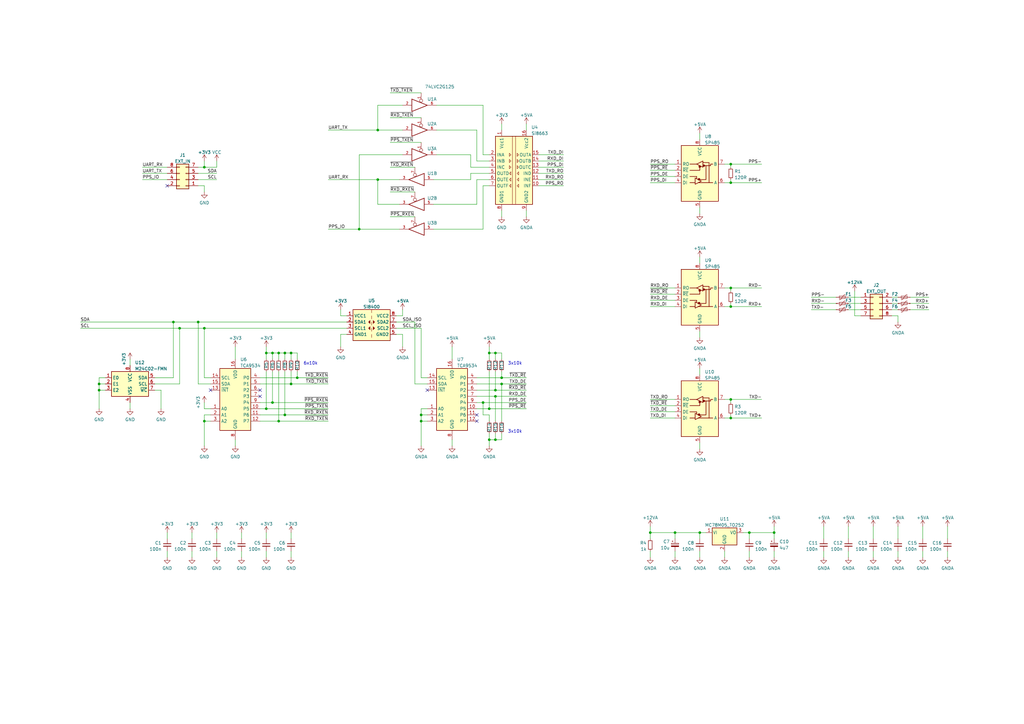
<source format=kicad_sch>
(kicad_sch (version 20211123) (generator eeschema)
  (paper "A3")
  (title_block (title "icE1usb RS422 extension") (date "2022-08-15") (rev "0.1"))
  (lib_symbols
    (symbol "74xGxx:74LVC2G125" (pin_names (offset 1.016))
      (property "Reference" "U" (at -2.54 3.81 0))
      (property "Value" "74LVC2G125" (at 0 -3.81 0))
      (symbol "74LVC2G125_0_1"
        (pin power_in line (at 1.27 -1.27 270) (length 0) hide (name "GND") (number "4"))
        (pin power_in line (at 1.27 1.27 90) (length 0) hide (name "VCC") (number "8"))
      )
      (symbol "74LVC2G125_1_1"
        (pin input inverted (at 0 5.08 270) (length 3.81) (name "~") (number "1"))
        (pin input line (at -7.62 0 0) (length 3.81) (name "~") (number "2"))
        (pin tri_state line (at 6.35 0 180) (length 3.81) (name "~") (number "6"))
      )
      (symbol "74LVC2G125_2_1"
        (pin tri_state line (at 6.35 0 180) (length 3.81) (name "~") (number "3"))
        (pin input line (at -7.62 0 0) (length 3.81) (name "~") (number "5"))
        (pin input inverted (at 0 5.08 270) (length 3.81) (name "~") (number "7"))
      )
    )
    (symbol "Connector_Generic:Conn_02x04_Odd_Even" (pin_names (offset 1.016) hide)
      (property "Reference" "J" (at 1.27 5.08 0))
      (property "Value" "Conn_02x04_Odd_Even" (at 1.27 -7.62 0))
      (symbol "Conn_02x04_Odd_Even_1_1"
        (pin passive line (at -5.08 2.54 0) (length 3.81) (name "Pin_1") (number "1"))
        (pin passive line (at 7.62 2.54 180) (length 3.81) (name "Pin_2") (number "2"))
        (pin passive line (at -5.08 0 0) (length 3.81) (name "Pin_3") (number "3"))
        (pin passive line (at 7.62 0 180) (length 3.81) (name "Pin_4") (number "4"))
        (pin passive line (at -5.08 -2.54 0) (length 3.81) (name "Pin_5") (number "5"))
        (pin passive line (at 7.62 -2.54 180) (length 3.81) (name "Pin_6") (number "6"))
        (pin passive line (at -5.08 -5.08 0) (length 3.81) (name "Pin_7") (number "7"))
        (pin passive line (at 7.62 -5.08 180) (length 3.81) (name "Pin_8") (number "8"))
      )
    )
    (symbol "Device:C_Polarized_Small" (pin_numbers hide) (pin_names (offset 0.254) hide)
      (property "Reference" "C" (at 0.254 1.778 0))
      (property "Value" "C_Polarized_Small" (at 0.254 -2.032 0))
      (symbol "C_Polarized_Small_1_1"
        (pin passive line (at 0 2.54 270) (length 1.8542) (name "~") (number "1"))
        (pin passive line (at 0 -2.54 90) (length 1.8542) (name "~") (number "2"))
      )
    )
    (symbol "Device:C_Small" (pin_numbers hide) (pin_names (offset 0.254) hide)
      (property "Reference" "C" (at 0.254 1.778 0))
      (property "Value" "C_Small" (at 0.254 -2.032 0))
      (symbol "C_Small_1_1"
        (pin passive line (at 0 2.54 270) (length 2.032) (name "~") (number "1"))
        (pin passive line (at 0 -2.54 90) (length 2.032) (name "~") (number "2"))
      )
    )
    (symbol "Device:Polyfuse_Small" (pin_numbers hide) (pin_names (offset 0))
      (property "Reference" "F" (at -1.905 0 90))
      (property "Value" "Polyfuse_Small" (at 1.905 0 90))
      (symbol "Polyfuse_Small_1_1"
        (pin passive line (at 0 2.54 270) (length 0.635) (name "~") (number "1"))
        (pin passive line (at 0 -2.54 90) (length 0.635) (name "~") (number "2"))
      )
    )
    (symbol "Device:R_Small" (pin_numbers hide) (pin_names (offset 0.254) hide)
      (property "Reference" "R" (at 0.762 0.508 0))
      (property "Value" "R_Small" (at 0.762 -1.016 0))
      (symbol "R_Small_1_1"
        (pin passive line (at 0 2.54 270) (length 0.762) (name "~") (number "1"))
        (pin passive line (at 0 -2.54 90) (length 0.762) (name "~") (number "2"))
      )
    )
    (symbol "Interface_Expansion:TCA9534"
      (property "Reference" "U" (at -6.35 12.7 0))
      (property "Value" "TCA9534" (at 2.54 12.7 0))
      (symbol "TCA9534_1_1"
        (pin input line (at -10.16 -5.08 0) (length 3.81) (name "A0") (number "1"))
        (pin bidirectional line (at 10.16 -5.08 180) (length 3.81) (name "P5") (number "10"))
        (pin bidirectional line (at 10.16 -7.62 180) (length 3.81) (name "P6") (number "11"))
        (pin bidirectional line (at 10.16 -10.16 180) (length 3.81) (name "P7") (number "12"))
        (pin open_collector line (at -10.16 2.54 0) (length 3.81) (name "~{INT}") (number "13"))
        (pin input line (at -10.16 7.62 0) (length 3.81) (name "SCL") (number "14"))
        (pin bidirectional line (at -10.16 5.08 0) (length 3.81) (name "SDA") (number "15"))
        (pin power_in line (at 0 15.24 270) (length 3.81) (name "VDD") (number "16"))
        (pin input line (at -10.16 -7.62 0) (length 3.81) (name "A1") (number "2"))
        (pin input line (at -10.16 -10.16 0) (length 3.81) (name "A2") (number "3"))
        (pin bidirectional line (at 10.16 7.62 180) (length 3.81) (name "P0") (number "4"))
        (pin bidirectional line (at 10.16 5.08 180) (length 3.81) (name "P1") (number "5"))
        (pin bidirectional line (at 10.16 2.54 180) (length 3.81) (name "P2") (number "6"))
        (pin bidirectional line (at 10.16 0 180) (length 3.81) (name "P3") (number "7"))
        (pin power_in line (at 0 -17.78 90) (length 3.81) (name "GND") (number "8"))
        (pin bidirectional line (at 10.16 -2.54 180) (length 3.81) (name "P4") (number "9"))
      )
    )
    (symbol "Memory_EEPROM:M24C02-FMN"
      (property "Reference" "U" (at -6.35 6.35 0))
      (property "Value" "M24C02-FMN" (at 7.62 6.35 0))
      (symbol "M24C02-FMN_1_1"
        (pin input line (at -10.16 2.54 0) (length 2.54) (name "E0") (number "1"))
        (pin input line (at -10.16 0 0) (length 2.54) (name "E1") (number "2"))
        (pin input line (at -10.16 -2.54 0) (length 2.54) (name "E2") (number "3"))
        (pin power_in line (at 0 -7.62 90) (length 2.54) (name "VSS") (number "4"))
        (pin bidirectional line (at 10.16 2.54 180) (length 2.54) (name "SDA") (number "5"))
        (pin input line (at 10.16 0 180) (length 2.54) (name "SCL") (number "6"))
        (pin input line (at 10.16 -2.54 180) (length 2.54) (name "~{WC}") (number "7"))
        (pin power_in line (at 0 7.62 270) (length 2.54) (name "VCC") (number "8"))
      )
    )
    (symbol "Regulator_Linear:MC78M05_TO252" (pin_names (offset 0.254))
      (property "Reference" "U" (at -3.81 3.175 0))
      (property "Value" "MC78M05_TO252" (at 0 3.175 0))
      (symbol "MC78M05_TO252_1_1"
        (pin power_in line (at -7.62 0 0) (length 2.54) (name "VI") (number "1"))
        (pin power_in line (at 0 -7.62 90) (length 2.54) (name "GND") (number "2"))
        (pin power_out line (at 7.62 0 180) (length 2.54) (name "VO") (number "3"))
      )
    )
    (symbol "icE1usb-rs422:SP485"
      (property "Reference" "U" (at -6.096 11.43 0))
      (property "Value" "SP485" (at 0.762 11.43 0))
      (symbol "SP485_1_1"
        (pin output line (at -10.16 2.54 0) (length 2.54) (name "RO") (number "1"))
        (pin input line (at -10.16 0 0) (length 2.54) (name "~{RE}") (number "2"))
        (pin input line (at -10.16 -2.54 0) (length 2.54) (name "DE") (number "3"))
        (pin input line (at -10.16 -5.08 0) (length 2.54) (name "DI") (number "4"))
        (pin power_in line (at 0 -15.24 90) (length 2.54) (name "GND") (number "5"))
        (pin bidirectional line (at 10.16 -5.08 180) (length 2.54) (name "A") (number "6"))
        (pin bidirectional line (at 10.16 2.54 180) (length 2.54) (name "B") (number "7"))
        (pin power_in line (at 0 12.7 270) (length 2.54) (name "VCC") (number "8"))
      )
    )
    (symbol "icE1usb-rs422:Si8400"
      (property "Reference" "U" (at -6.35 6.35 0))
      (property "Value" "Si8400" (at 3.81 6.35 0))
      (symbol "Si8400_1_1"
        (pin power_in line (at -10.16 2.54 0) (length 2.54) (name "VCC1") (number "1"))
        (pin bidirectional line (at -10.16 0 0) (length 2.54) (name "SDA1") (number "2"))
        (pin bidirectional line (at -10.16 -2.54 0) (length 2.54) (name "SCL1") (number "3"))
        (pin power_in line (at -10.16 -5.08 0) (length 2.54) (name "GND1") (number "4"))
        (pin power_in line (at 10.16 -5.08 180) (length 2.54) (name "GND2") (number "5"))
        (pin bidirectional line (at 10.16 -2.54 180) (length 2.54) (name "SCL2") (number "6"))
        (pin bidirectional line (at 10.16 0 180) (length 2.54) (name "SDA2") (number "7"))
        (pin power_in line (at 10.16 2.54 180) (length 2.54) (name "VCC2") (number "8"))
      )
    )
    (symbol "icE1usb-rs422:Si8663"
      (property "Reference" "U" (at 8.255 14.605 0))
      (property "Value" "Si8663" (at 8.255 12.065 0))
      (symbol "Si8663_1_1"
        (pin power_in line (at -5.08 17.78 270) (length 2.54) (name "Vcc1") (number "1"))
        (pin input line (at 10.16 -5.08 180) (length 2.54) (name "INF") (number "10"))
        (pin input line (at 10.16 -2.54 180) (length 2.54) (name "INE") (number "11"))
        (pin input line (at 10.16 0 180) (length 2.54) (name "IND") (number "12"))
        (pin output line (at 10.16 2.54 180) (length 2.54) (name "OUTC") (number "13"))
        (pin output line (at 10.16 5.08 180) (length 2.54) (name "OUTB") (number "14"))
        (pin output line (at 10.16 7.62 180) (length 2.54) (name "OUTA") (number "15"))
        (pin power_in line (at 5.08 17.78 270) (length 2.54) (name "Vcc2") (number "16"))
        (pin input line (at -10.16 7.62 0) (length 2.54) (name "INA") (number "2"))
        (pin input line (at -10.16 5.08 0) (length 2.54) (name "INB") (number "3"))
        (pin input line (at -10.16 2.54 0) (length 2.54) (name "INC") (number "4"))
        (pin output line (at -10.16 0 0) (length 2.54) (name "OUTD") (number "5"))
        (pin output line (at -10.16 -2.54 0) (length 2.54) (name "OUTE") (number "6"))
        (pin output line (at -10.16 -5.08 0) (length 2.54) (name "OUTF") (number "7"))
        (pin power_in line (at -5.08 -15.24 90) (length 2.54) (name "GND1") (number "8"))
        (pin power_in line (at 5.08 -15.24 90) (length 2.54) (name "GND2") (number "9"))
      )
    )
    (symbol "power:+12VA" (power) (pin_names (offset 0))
      (property "Value" "+12VA" (at 0 3.556 0))
      (symbol "+12VA_1_1"
        (pin power_in line (at 0 0 90) (length 0) hide (name "+12VA") (number "1"))
      )
    )
    (symbol "power:+3V3" (power) (pin_names (offset 0))
      (property "Value" "+3V3" (at 0 3.556 0))
      (symbol "+3V3_1_1"
        (pin power_in line (at 0 0 90) (length 0) hide (name "+3V3") (number "1"))
      )
    )
    (symbol "power:+5VA" (power) (pin_names (offset 0))
      (property "Value" "+5VA" (at 0 3.556 0))
      (symbol "+5VA_1_1"
        (pin power_in line (at 0 0 90) (length 0) hide (name "+5VA") (number "1"))
      )
    )
    (symbol "power:GND" (power) (pin_names (offset 0))
      (property "Value" "GND" (at 0 -3.81 0))
      (symbol "GND_1_1"
        (pin power_in line (at 0 0 270) (length 0) hide (name "GND") (number "1"))
      )
    )
    (symbol "power:GNDA" (power) (pin_names (offset 0))
      (property "Value" "GNDA" (at 0 -3.81 0))
      (symbol "GNDA_1_1"
        (pin power_in line (at 0 0 270) (length 0) hide (name "GNDA") (number "1"))
      )
    )
    (symbol "power:VCC" (power) (pin_names (offset 0))
      (property "Value" "VCC" (at 0 3.81 0))
      (symbol "VCC_1_1"
        (pin power_in line (at 0 0 90) (length 0) hide (name "VCC") (number "1"))
      )
    )
  )
  (junction (at 83.82 172.72))
  (junction (at 287.02 218.44))
  (junction (at 299.72 163.83))
  (junction (at 307.34 218.44))
  (junction (at 116.84 144.78))
  (junction (at 40.64 160.02))
  (junction (at 116.84 170.18))
  (junction (at 73.66 134.62))
  (junction (at 119.38 144.78))
  (junction (at 147.32 93.98))
  (junction (at 205.74 157.48))
  (junction (at 299.72 171.45))
  (junction (at 172.72 170.18))
  (junction (at 200.66 180.34))
  (junction (at 109.22 144.78))
  (junction (at 299.72 74.93))
  (junction (at 203.2 162.56))
  (junction (at 83.82 68.58))
  (junction (at 203.2 160.02))
  (junction (at 200.66 144.78))
  (junction (at 109.22 167.64))
  (junction (at 40.64 157.48))
  (junction (at 266.7 218.44))
  (junction (at 299.72 118.11))
  (junction (at 119.38 157.48))
  (junction (at 203.2 180.34))
  (junction (at 71.12 132.08))
  (junction (at 114.3 144.78))
  (junction (at 121.92 154.94))
  (junction (at 299.72 67.31))
  (junction (at 200.66 167.64))
  (junction (at 154.94 53.34))
  (junction (at 111.76 144.78))
  (junction (at 317.5 218.44))
  (junction (at 198.12 165.1))
  (junction (at 154.94 73.66))
  (junction (at 111.76 165.1))
  (junction (at 81.28 132.08))
  (junction (at 299.72 125.73))
  (junction (at 203.2 144.78))
  (junction (at 205.74 154.94))
  (junction (at 114.3 172.72))
  (junction (at 276.86 218.44))
  (junction (at 83.82 134.62))
  (junction (at 172.72 172.72))
  (no_connect (at 86.36 160.02))
  (no_connect (at 175.26 160.02))
  (no_connect (at 68.58 76.2))
  (no_connect (at 106.68 162.56))
  (no_connect (at 106.68 160.02))
  (no_connect (at 195.58 170.18))
  (no_connect (at 195.58 172.72))
  (wire (pts (xy 73.66 157.48) (xy 73.66 134.62)))
  (wire (pts (xy 200.66 152.4) (xy 200.66 167.64)))
  (wire (pts (xy 297.18 163.83) (xy 299.72 163.83)))
  (wire (pts (xy 160.02 58.42) (xy 172.72 58.42)))
  (wire (pts (xy 198.12 76.2) (xy 200.66 76.2)))
  (wire (pts (xy 195.58 83.82) (xy 195.58 73.66)))
  (wire (pts (xy 266.7 218.44) (xy 266.7 220.98)))
  (wire (pts (xy 78.74 218.44) (xy 78.74 220.98)))
  (wire (pts (xy 266.7 168.91) (xy 276.86 168.91)))
  (wire (pts (xy 83.82 76.2) (xy 83.82 78.74)))
  (wire (pts (xy 193.04 63.5) (xy 193.04 68.58)))
  (wire (pts (xy 297.18 67.31) (xy 299.72 67.31)))
  (wire (pts (xy 307.34 226.06) (xy 307.34 228.6)))
  (wire (pts (xy 347.98 124.46) (xy 353.06 124.46)))
  (wire (pts (xy 299.72 124.46) (xy 299.72 125.73)))
  (wire (pts (xy 332.74 121.92) (xy 342.9 121.92)))
  (wire (pts (xy 88.9 226.06) (xy 88.9 228.6)))
  (wire (pts (xy 373.38 124.46) (xy 381 124.46)))
  (wire (pts (xy 114.3 172.72) (xy 134.62 172.72)))
  (wire (pts (xy 299.72 73.66) (xy 299.72 74.93)))
  (wire (pts (xy 350.52 129.54) (xy 353.06 129.54)))
  (wire (pts (xy 116.84 152.4) (xy 116.84 170.18)))
  (wire (pts (xy 81.28 73.66) (xy 88.9 73.66)))
  (wire (pts (xy 276.86 218.44) (xy 287.02 218.44)))
  (wire (pts (xy 83.82 134.62) (xy 83.82 154.94)))
  (wire (pts (xy 88.9 218.44) (xy 88.9 220.98)))
  (wire (pts (xy 172.72 134.62) (xy 162.56 134.62)))
  (wire (pts (xy 162.56 132.08) (xy 170.18 132.08)))
  (wire (pts (xy 307.34 218.44) (xy 307.34 220.98)))
  (wire (pts (xy 119.38 226.06) (xy 119.38 228.6)))
  (wire (pts (xy 266.7 72.39) (xy 276.86 72.39)))
  (wire (pts (xy 200.66 180.34) (xy 200.66 182.88)))
  (wire (pts (xy 287.02 181.61) (xy 287.02 184.15)))
  (wire (pts (xy 205.74 157.48) (xy 215.9 157.48)))
  (wire (pts (xy 119.38 144.78) (xy 121.92 144.78)))
  (wire (pts (xy 215.9 86.36) (xy 215.9 88.9)))
  (wire (pts (xy 287.02 85.09) (xy 287.02 87.63)))
  (wire (pts (xy 162.56 137.16) (xy 165.1 137.16)))
  (wire (pts (xy 297.18 226.06) (xy 297.18 228.6)))
  (wire (pts (xy 119.38 144.78) (xy 119.38 147.32)))
  (wire (pts (xy 266.7 123.19) (xy 276.86 123.19)))
  (wire (pts (xy 266.7 69.85) (xy 276.86 69.85)))
  (wire (pts (xy 40.64 157.48) (xy 40.64 160.02)))
  (wire (pts (xy 81.28 132.08) (xy 142.24 132.08)))
  (wire (pts (xy 365.76 127) (xy 368.3 127)))
  (wire (pts (xy 111.76 165.1) (xy 134.62 165.1)))
  (wire (pts (xy 172.72 172.72) (xy 172.72 182.88)))
  (wire (pts (xy 68.58 218.44) (xy 68.58 220.98)))
  (wire (pts (xy 154.94 83.82) (xy 163.83 83.82)))
  (wire (pts (xy 307.34 218.44) (xy 317.5 218.44)))
  (wire (pts (xy 347.98 121.92) (xy 353.06 121.92)))
  (wire (pts (xy 373.38 127) (xy 381 127)))
  (wire (pts (xy 81.28 71.12) (xy 88.9 71.12)))
  (wire (pts (xy 337.82 215.9) (xy 337.82 220.98)))
  (wire (pts (xy 299.72 67.31) (xy 312.42 67.31)))
  (wire (pts (xy 388.62 226.06) (xy 388.62 228.6)))
  (wire (pts (xy 198.12 165.1) (xy 215.9 165.1)))
  (wire (pts (xy 81.28 68.58) (xy 83.82 68.58)))
  (wire (pts (xy 114.3 144.78) (xy 114.3 147.32)))
  (wire (pts (xy 71.12 132.08) (xy 81.28 132.08)))
  (wire (pts (xy 185.42 142.24) (xy 185.42 147.32)))
  (wire (pts (xy 160.02 48.26) (xy 172.72 48.26)))
  (wire (pts (xy 172.72 154.94) (xy 172.72 134.62)))
  (wire (pts (xy 109.22 144.78) (xy 111.76 144.78)))
  (wire (pts (xy 83.82 170.18) (xy 86.36 170.18)))
  (wire (pts (xy 116.84 144.78) (xy 119.38 144.78)))
  (wire (pts (xy 205.74 177.8) (xy 205.74 180.34)))
  (wire (pts (xy 195.58 162.56) (xy 203.2 162.56)))
  (wire (pts (xy 170.18 132.08) (xy 170.18 157.48)))
  (wire (pts (xy 200.66 144.78) (xy 200.66 147.32)))
  (wire (pts (xy 53.34 165.1) (xy 53.34 167.64)))
  (wire (pts (xy 317.5 218.44) (xy 317.5 220.98)))
  (wire (pts (xy 106.68 157.48) (xy 119.38 157.48)))
  (wire (pts (xy 299.72 118.11) (xy 312.42 118.11)))
  (wire (pts (xy 220.98 68.58) (xy 231.14 68.58)))
  (wire (pts (xy 203.2 144.78) (xy 203.2 147.32)))
  (wire (pts (xy 365.76 129.54) (xy 368.3 129.54)))
  (wire (pts (xy 154.94 43.18) (xy 165.1 43.18)))
  (wire (pts (xy 175.26 154.94) (xy 172.72 154.94)))
  (wire (pts (xy 266.7 67.31) (xy 276.86 67.31)))
  (wire (pts (xy 203.2 162.56) (xy 215.9 162.56)))
  (wire (pts (xy 109.22 152.4) (xy 109.22 167.64)))
  (wire (pts (xy 109.22 142.24) (xy 109.22 144.78)))
  (wire (pts (xy 215.9 50.8) (xy 215.9 53.34)))
  (wire (pts (xy 332.74 124.46) (xy 342.9 124.46)))
  (wire (pts (xy 266.7 215.9) (xy 266.7 218.44)))
  (wire (pts (xy 287.02 218.44) (xy 287.02 220.98)))
  (wire (pts (xy 193.04 71.12) (xy 193.04 73.66)))
  (wire (pts (xy 185.42 180.34) (xy 185.42 182.88)))
  (wire (pts (xy 195.58 160.02) (xy 203.2 160.02)))
  (wire (pts (xy 195.58 157.48) (xy 205.74 157.48)))
  (wire (pts (xy 266.7 218.44) (xy 276.86 218.44)))
  (wire (pts (xy 43.18 154.94) (xy 40.64 154.94)))
  (wire (pts (xy 200.66 177.8) (xy 200.66 180.34)))
  (wire (pts (xy 58.42 68.58) (xy 68.58 68.58)))
  (wire (pts (xy 200.66 63.5) (xy 198.12 63.5)))
  (wire (pts (xy 134.62 93.98) (xy 147.32 93.98)))
  (wire (pts (xy 71.12 154.94) (xy 71.12 132.08)))
  (wire (pts (xy 40.64 157.48) (xy 43.18 157.48)))
  (wire (pts (xy 299.72 163.83) (xy 299.72 165.1)))
  (wire (pts (xy 119.38 218.44) (xy 119.38 220.98)))
  (wire (pts (xy 109.22 144.78) (xy 109.22 147.32)))
  (wire (pts (xy 266.7 118.11) (xy 276.86 118.11)))
  (wire (pts (xy 179.07 53.34) (xy 195.58 53.34)))
  (wire (pts (xy 299.72 118.11) (xy 299.72 119.38)))
  (wire (pts (xy 86.36 157.48) (xy 81.28 157.48)))
  (wire (pts (xy 81.28 76.2) (xy 83.82 76.2)))
  (wire (pts (xy 368.3 226.06) (xy 368.3 228.6)))
  (wire (pts (xy 220.98 66.04) (xy 231.14 66.04)))
  (wire (pts (xy 154.94 73.66) (xy 163.83 73.66)))
  (wire (pts (xy 332.74 127) (xy 342.9 127)))
  (wire (pts (xy 276.86 226.06) (xy 276.86 228.6)))
  (wire (pts (xy 198.12 165.1) (xy 198.12 170.18)))
  (wire (pts (xy 299.72 171.45) (xy 312.42 171.45)))
  (wire (pts (xy 195.58 53.34) (xy 195.58 66.04)))
  (wire (pts (xy 304.8 218.44) (xy 307.34 218.44)))
  (wire (pts (xy 121.92 147.32) (xy 121.92 144.78)))
  (wire (pts (xy 106.68 154.94) (xy 121.92 154.94)))
  (wire (pts (xy 154.94 73.66) (xy 154.94 83.82)))
  (wire (pts (xy 287.02 218.44) (xy 289.56 218.44)))
  (wire (pts (xy 99.06 226.06) (xy 99.06 228.6)))
  (wire (pts (xy 179.07 63.5) (xy 193.04 63.5)))
  (wire (pts (xy 177.8 83.82) (xy 195.58 83.82)))
  (wire (pts (xy 266.7 125.73) (xy 276.86 125.73)))
  (wire (pts (xy 33.02 134.62) (xy 73.66 134.62)))
  (wire (pts (xy 83.82 134.62) (xy 142.24 134.62)))
  (wire (pts (xy 299.72 125.73) (xy 312.42 125.73)))
  (wire (pts (xy 297.18 118.11) (xy 299.72 118.11)))
  (wire (pts (xy 205.74 86.36) (xy 205.74 88.9)))
  (wire (pts (xy 73.66 134.62) (xy 83.82 134.62)))
  (wire (pts (xy 78.74 226.06) (xy 78.74 228.6)))
  (wire (pts (xy 53.34 147.32) (xy 53.34 149.86)))
  (wire (pts (xy 297.18 74.93) (xy 299.72 74.93)))
  (wire (pts (xy 358.14 226.06) (xy 358.14 228.6)))
  (wire (pts (xy 81.28 132.08) (xy 81.28 157.48)))
  (wire (pts (xy 358.14 215.9) (xy 358.14 220.98)))
  (wire (pts (xy 203.2 144.78) (xy 205.74 144.78)))
  (wire (pts (xy 287.02 151.13) (xy 287.02 153.67)))
  (wire (pts (xy 83.82 172.72) (xy 83.82 170.18)))
  (wire (pts (xy 368.3 215.9) (xy 368.3 220.98)))
  (wire (pts (xy 165.1 127) (xy 165.1 129.54)))
  (wire (pts (xy 203.2 162.56) (xy 203.2 172.72)))
  (wire (pts (xy 114.3 144.78) (xy 116.84 144.78)))
  (wire (pts (xy 317.5 226.06) (xy 317.5 228.6)))
  (wire (pts (xy 83.82 66.04) (xy 83.82 68.58)))
  (wire (pts (xy 175.26 167.64) (xy 172.72 167.64)))
  (wire (pts (xy 347.98 127) (xy 353.06 127)))
  (wire (pts (xy 40.64 154.94) (xy 40.64 157.48)))
  (wire (pts (xy 297.18 171.45) (xy 299.72 171.45)))
  (wire (pts (xy 287.02 54.61) (xy 287.02 57.15)))
  (wire (pts (xy 147.32 63.5) (xy 147.32 93.98)))
  (wire (pts (xy 99.06 218.44) (xy 99.06 220.98)))
  (wire (pts (xy 83.82 172.72) (xy 86.36 172.72)))
  (wire (pts (xy 200.66 144.78) (xy 203.2 144.78)))
  (wire (pts (xy 172.72 167.64) (xy 172.72 170.18)))
  (wire (pts (xy 83.82 182.88) (xy 83.82 172.72)))
  (wire (pts (xy 205.74 152.4) (xy 205.74 154.94)))
  (wire (pts (xy 165.1 137.16) (xy 165.1 142.24)))
  (wire (pts (xy 378.46 226.06) (xy 378.46 228.6)))
  (wire (pts (xy 139.7 129.54) (xy 139.7 127)))
  (wire (pts (xy 179.07 43.18) (xy 198.12 43.18)))
  (wire (pts (xy 373.38 121.92) (xy 381 121.92)))
  (wire (pts (xy 63.5 157.48) (xy 73.66 157.48)))
  (wire (pts (xy 205.74 154.94) (xy 215.9 154.94)))
  (wire (pts (xy 203.2 180.34) (xy 200.66 180.34)))
  (wire (pts (xy 83.82 165.1) (xy 83.82 167.64)))
  (wire (pts (xy 195.58 165.1) (xy 198.12 165.1)))
  (wire (pts (xy 134.62 73.66) (xy 154.94 73.66)))
  (wire (pts (xy 317.5 215.9) (xy 317.5 218.44)))
  (wire (pts (xy 203.2 177.8) (xy 203.2 180.34)))
  (wire (pts (xy 119.38 157.48) (xy 134.62 157.48)))
  (wire (pts (xy 203.2 152.4) (xy 203.2 160.02)))
  (wire (pts (xy 287.02 135.89) (xy 287.02 138.43)))
  (wire (pts (xy 106.68 167.64) (xy 109.22 167.64)))
  (wire (pts (xy 83.82 68.58) (xy 88.9 68.58)))
  (wire (pts (xy 111.76 152.4) (xy 111.76 165.1)))
  (wire (pts (xy 368.3 129.54) (xy 368.3 132.08)))
  (wire (pts (xy 160.02 88.9) (xy 170.18 88.9)))
  (wire (pts (xy 106.68 170.18) (xy 116.84 170.18)))
  (wire (pts (xy 266.7 226.06) (xy 266.7 228.6)))
  (wire (pts (xy 154.94 43.18) (xy 154.94 53.34)))
  (wire (pts (xy 299.72 163.83) (xy 312.42 163.83)))
  (wire (pts (xy 276.86 218.44) (xy 276.86 220.98)))
  (wire (pts (xy 121.92 152.4) (xy 121.92 154.94)))
  (wire (pts (xy 106.68 165.1) (xy 111.76 165.1)))
  (wire (pts (xy 63.5 154.94) (xy 71.12 154.94)))
  (wire (pts (xy 116.84 170.18) (xy 134.62 170.18)))
  (wire (pts (xy 172.72 170.18) (xy 175.26 170.18)))
  (wire (pts (xy 193.04 68.58) (xy 200.66 68.58)))
  (wire (pts (xy 40.64 160.02) (xy 40.64 167.64)))
  (wire (pts (xy 165.1 129.54) (xy 162.56 129.54)))
  (wire (pts (xy 139.7 137.16) (xy 139.7 142.24)))
  (wire (pts (xy 205.74 50.8) (xy 205.74 53.34)))
  (wire (pts (xy 287.02 226.06) (xy 287.02 228.6)))
  (wire (pts (xy 116.84 144.78) (xy 116.84 147.32)))
  (wire (pts (xy 195.58 73.66) (xy 200.66 73.66)))
  (wire (pts (xy 195.58 66.04) (xy 200.66 66.04)))
  (wire (pts (xy 96.52 180.34) (xy 96.52 182.88)))
  (wire (pts (xy 365.76 121.92) (xy 368.3 121.92)))
  (wire (pts (xy 266.7 163.83) (xy 276.86 163.83)))
  (wire (pts (xy 147.32 63.5) (xy 165.1 63.5)))
  (wire (pts (xy 200.66 170.18) (xy 198.12 170.18)))
  (wire (pts (xy 388.62 215.9) (xy 388.62 220.98)))
  (wire (pts (xy 297.18 125.73) (xy 299.72 125.73)))
  (wire (pts (xy 299.72 170.18) (xy 299.72 171.45)))
  (wire (pts (xy 266.7 74.93) (xy 276.86 74.93)))
  (wire (pts (xy 109.22 167.64) (xy 134.62 167.64)))
  (wire (pts (xy 40.64 160.02) (xy 43.18 160.02)))
  (wire (pts (xy 66.04 160.02) (xy 66.04 167.64)))
  (wire (pts (xy 109.22 218.44) (xy 109.22 220.98)))
  (wire (pts (xy 205.74 157.48) (xy 205.74 172.72)))
  (wire (pts (xy 160.02 38.1) (xy 172.72 38.1)))
  (wire (pts (xy 287.02 105.41) (xy 287.02 107.95)))
  (wire (pts (xy 96.52 142.24) (xy 96.52 147.32)))
  (wire (pts (xy 58.42 71.12) (xy 68.58 71.12)))
  (wire (pts (xy 86.36 154.94) (xy 83.82 154.94)))
  (wire (pts (xy 195.58 167.64) (xy 200.66 167.64)))
  (wire (pts (xy 172.72 170.18) (xy 172.72 172.72)))
  (wire (pts (xy 119.38 152.4) (xy 119.38 157.48)))
  (wire (pts (xy 114.3 152.4) (xy 114.3 172.72)))
  (wire (pts (xy 299.72 74.93) (xy 312.42 74.93)))
  (wire (pts (xy 266.7 166.37) (xy 276.86 166.37)))
  (wire (pts (xy 33.02 132.08) (xy 71.12 132.08)))
  (wire (pts (xy 198.12 93.98) (xy 198.12 76.2)))
  (wire (pts (xy 299.72 67.31) (xy 299.72 68.58)))
  (wire (pts (xy 83.82 167.64) (xy 86.36 167.64)))
  (wire (pts (xy 177.8 93.98) (xy 198.12 93.98)))
  (wire (pts (xy 378.46 215.9) (xy 378.46 220.98)))
  (wire (pts (xy 220.98 76.2) (xy 231.14 76.2)))
  (wire (pts (xy 88.9 66.04) (xy 88.9 68.58)))
  (wire (pts (xy 347.98 226.06) (xy 347.98 228.6)))
  (wire (pts (xy 63.5 160.02) (xy 66.04 160.02)))
  (wire (pts (xy 106.68 172.72) (xy 114.3 172.72)))
  (wire (pts (xy 195.58 154.94) (xy 205.74 154.94)))
  (wire (pts (xy 111.76 144.78) (xy 114.3 144.78)))
  (wire (pts (xy 142.24 129.54) (xy 139.7 129.54)))
  (wire (pts (xy 154.94 53.34) (xy 165.1 53.34)))
  (wire (pts (xy 220.98 73.66) (xy 231.14 73.66)))
  (wire (pts (xy 220.98 71.12) (xy 231.14 71.12)))
  (wire (pts (xy 200.66 167.64) (xy 215.9 167.64)))
  (wire (pts (xy 147.32 93.98) (xy 163.83 93.98)))
  (wire (pts (xy 347.98 215.9) (xy 347.98 220.98)))
  (wire (pts (xy 220.98 63.5) (xy 231.14 63.5)))
  (wire (pts (xy 350.52 119.38) (xy 350.52 129.54)))
  (wire (pts (xy 170.18 157.48) (xy 175.26 157.48)))
  (wire (pts (xy 111.76 144.78) (xy 111.76 147.32)))
  (wire (pts (xy 203.2 180.34) (xy 205.74 180.34)))
  (wire (pts (xy 68.58 226.06) (xy 68.58 228.6)))
  (wire (pts (xy 177.8 73.66) (xy 193.04 73.66)))
  (wire (pts (xy 109.22 226.06) (xy 109.22 228.6)))
  (wire (pts (xy 266.7 171.45) (xy 276.86 171.45)))
  (wire (pts (xy 200.66 172.72) (xy 200.66 170.18)))
  (wire (pts (xy 337.82 226.06) (xy 337.82 228.6)))
  (wire (pts (xy 160.02 78.74) (xy 170.18 78.74)))
  (wire (pts (xy 205.74 144.78) (xy 205.74 147.32)))
  (wire (pts (xy 172.72 172.72) (xy 175.26 172.72)))
  (wire (pts (xy 200.66 142.24) (xy 200.66 144.78)))
  (wire (pts (xy 200.66 71.12) (xy 193.04 71.12)))
  (wire (pts (xy 203.2 160.02) (xy 215.9 160.02)))
  (wire (pts (xy 58.42 73.66) (xy 68.58 73.66)))
  (wire (pts (xy 121.92 154.94) (xy 134.62 154.94)))
  (wire (pts (xy 266.7 120.65) (xy 276.86 120.65)))
  (wire (pts (xy 134.62 53.34) (xy 154.94 53.34)))
  (wire (pts (xy 198.12 63.5) (xy 198.12 43.18)))
  (wire (pts (xy 142.24 137.16) (xy 139.7 137.16)))
  (wire (pts (xy 160.02 68.58) (xy 170.18 68.58)))
  (wire (pts (xy 365.76 124.46) (xy 368.3 124.46)))
  (text "6x10k" (at 124.46 149.86 0) (effects (font (size 1.27 1.27)) (justify left bottom)))
  (text "3x10k" (at 208.28 177.8 0) (effects (font (size 1.27 1.27)) (justify left bottom)))
  (text "3x10k" (at 208.28 149.86 0) (effects (font (size 1.27 1.27)) (justify left bottom)))
  (label "TXD_DI" (at 266.7 171.45 0))
  (label "~{TXD_TXEN}" (at 160.02 38.1 0))
  (label "TXD-" (at 332.74 127 0))
  (label "SCL" (at 88.9 73.66 180))
  (label "SDA" (at 88.9 71.12 180))
  (label "RXD_DI" (at 266.7 125.73 0))
  (label "~{TXD_TXEN}" (at 134.62 157.48 180))
  (label "UART_TX" (at 134.62 53.34 0))
  (label "TXD_DI" (at 231.14 63.5 180))
  (label "UART_RX" (at 58.42 68.58 0))
  (label "RXD_RO" (at 231.14 73.66 180))
  (label "RXD-" (at 312.42 118.11 180))
  (label "SCL_ISO" (at 165.1 134.62 0))
  (label "~{PPS_TXEN}" (at 160.02 58.42 0))
  (label "~{RXD_TXEN}" (at 160.02 48.26 0))
  (label "RXD+" (at 381 124.46 180))
  (label "RXD_DI" (at 231.14 66.04 180))
  (label "~{RXD_RE}" (at 215.9 160.02 180))
  (label "~{RXD_TXEN}" (at 134.62 172.72 180))
  (label "~{RXD_RXEN}" (at 134.62 170.18 180))
  (label "PPS_RO" (at 266.7 67.31 0))
  (label "RXD_RO" (at 266.7 118.11 0))
  (label "SDA_ISO" (at 165.1 132.08 0))
  (label "~{PPS_TXEN}" (at 134.62 167.64 180))
  (label "~{PPS_RE}" (at 266.7 69.85 0))
  (label "~{TXD_RXEN}" (at 134.62 154.94 180))
  (label "~{RXD_RE}" (at 266.7 120.65 0))
  (label "~{TXD_RXEN}" (at 160.02 68.58 0))
  (label "UART_TX" (at 58.42 71.12 0))
  (label "TXD_RO" (at 231.14 71.12 180))
  (label "~{PPS_RXEN}" (at 134.62 165.1 180))
  (label "SCL" (at 33.02 134.62 0))
  (label "SDA" (at 33.02 132.08 0))
  (label "RXD+" (at 312.42 125.73 180))
  (label "~{TXD_RE}" (at 266.7 166.37 0))
  (label "UART_RX" (at 134.62 73.66 0))
  (label "PPS-" (at 312.42 67.31 180))
  (label "TXD+" (at 312.42 171.45 180))
  (label "PPS_DI" (at 231.14 68.58 180))
  (label "TXD+" (at 381 127 180))
  (label "TXD-" (at 312.42 163.83 180))
  (label "TXD_DE" (at 266.7 168.91 0))
  (label "PPS_IO" (at 134.62 93.98 0))
  (label "PPS+" (at 312.42 74.93 180))
  (label "~{PPS_RE}" (at 215.9 167.64 180))
  (label "PPS+" (at 381 121.92 180))
  (label "RXD_DE" (at 215.9 162.56 180))
  (label "PPS_DE" (at 215.9 165.1 180))
  (label "~{PPS_RXEN}" (at 160.02 88.9 0))
  (label "PPS_RO" (at 231.14 76.2 180))
  (label "RXD_DE" (at 266.7 123.19 0))
  (label "TXD_RO" (at 266.7 163.83 0))
  (label "PPS-" (at 332.74 121.92 0))
  (label "PPS_DE" (at 266.7 72.39 0))
  (label "PPS_DI" (at 266.7 74.93 0))
  (label "PPS_IO" (at 58.42 73.66 0))
  (label "RXD-" (at 332.74 124.46 0))
  (label "~{RXD_RXEN}" (at 160.02 78.74 0))
  (label "TXD_DE" (at 215.9 157.48 180))
  (label "~{TXD_RE}" (at 215.9 154.94 180))
  (symbol (lib_id "power:+3V3") (at 205.74 50.8 0) (unit 1)
    (property "Reference" "#PWR04" (effects hide))
    (property "Value" "+3V3" (at 205.74 47.2242 0))
  )
  (symbol (lib_id "power:+5VA") (at 347.98 215.9 0) (unit 1)
    (property "Reference" "#PWR042" (effects hide))
    (property "Value" "+5VA" (at 347.98 212.3242 0))
  )
  (symbol (lib_id "power:+3V3") (at 83.82 165.1 0) (unit 1)
    (property "Reference" "#PWR014" (effects hide))
    (property "Value" "+3V3" (at 81.28 165.1 90))
  )
  (symbol (lib_id "Device:R_Small") (at 203.2 175.26 0) (mirror y) (unit 1)
    (property "Reference" "R15" (at 203.2 175.26 90))
    (property "Value" "10k" (effects hide))
    (property "Footprint" "Resistor_SMD:R_0603_1608Metric" (effects hide))
  )
  (symbol (lib_id "Device:C_Small") (at 358.14 223.52 0) (unit 1)
    (property "Reference" "C13" (at 355.8159 222.6916 0) (effects (justify right)))
    (property "Value" "100n" (at 355.8159 225.2285 0) (effects (justify right)))
    (property "Footprint" "Capacitor_SMD:C_0603_1608Metric" (effects hide))
  )
  (symbol (lib_id "power:GNDA") (at 287.02 184.15 0) (unit 1)
    (property "Reference" "#PWR024" (effects hide))
    (property "Value" "GNDA" (at 287.02 188.5934 0))
  )
  (symbol (lib_id "power:+12VA") (at 350.52 119.38 0) (unit 1)
    (property "Reference" "#PWR025" (effects hide))
    (property "Value" "+12VA" (at 350.52 115.8042 0))
  )
  (symbol (lib_id "74xGxx:74LVC2G125") (at 172.72 43.18 0) (unit 1)
    (property "Reference" "U1" (at 175.26 40.64 0) (effects (justify left)))
    (property "Value" "74LVC2G125" (at 180.34 35.56 0))
    (property "Footprint" "Package_SO:TSSOP-8_3x3mm_P0.65mm" (effects hide))
    (property "Datasheet" "http://www.ti.com/lit/sg/scyt129e/scyt129e.pdf" (effects hide))
  )
  (symbol (lib_id "power:GNDA") (at 287.02 138.43 0) (unit 1)
    (property "Reference" "#PWR022" (effects hide))
    (property "Value" "GNDA" (at 287.02 142.8734 0))
  )
  (symbol (lib_id "74xGxx:74LVC2G125") (at 170.18 73.66 0) (mirror y) (unit 2)
    (property "Reference" "U1" (at 175.26 71.12 0) (effects (justify right)))
    (property "Value" "74LVC2G125" (effects hide))
    (property "Footprint" "Package_SO:TSSOP-8_3x3mm_P0.65mm" (effects hide))
    (property "Datasheet" "http://www.ti.com/lit/sg/scyt129e/scyt129e.pdf" (effects hide))
  )
  (symbol (lib_id "Memory_EEPROM:M24C02-FMN") (at 53.34 157.48 0) (unit 1)
    (property "Reference" "U12" (at 55.3594 148.7002 0) (effects (justify left)))
    (property "Value" "M24C02-FMN" (at 55.3594 151.2371 0) (effects (justify left)))
    (property "Footprint" "Package_SO:SOIC-8_3.9x4.9mm_P1.27mm" (effects hide))
    (property "Datasheet" "http://www.st.com/content/ccc/resource/technical/document/datasheet/b0/d8/50/40/5a/85/49/6f/DM00071904.pdf/files/DM00071904.pdf/jcr:content/translations/en.DM00071904.pdf" (effects hide))
  )
  (symbol (lib_id "Device:R_Small") (at 266.7 223.52 0) (mirror y) (unit 1)
    (property "Reference" "R4" (at 265.2014 222.6853 0) (effects (justify left)))
    (property "Value" "1k" (at 265.2014 225.2222 0) (effects (justify left)))
    (property "Footprint" "Resistor_SMD:R_0603_1608Metric" (effects hide))
  )
  (symbol (lib_id "Device:C_Small") (at 88.9 223.52 0) (unit 1)
    (property "Reference" "C3" (at 86.5759 222.6916 0) (effects (justify right)))
    (property "Value" "100n" (at 86.5759 225.2285 0) (effects (justify right)))
    (property "Footprint" "Capacitor_SMD:C_0603_1608Metric" (effects hide))
  )
  (symbol (lib_id "power:GNDA") (at 368.3 132.08 0) (unit 1)
    (property "Reference" "#PWR026" (effects hide))
    (property "Value" "GNDA" (at 368.3 136.5234 0))
  )
  (symbol (lib_id "power:GND") (at 53.34 167.64 0) (unit 1)
    (property "Reference" "#PWR0102" (effects hide))
    (property "Value" "GND" (at 53.34 172.0834 0))
  )
  (symbol (lib_id "power:GNDA") (at 297.18 228.6 0) (unit 1)
    (property "Reference" "#PWR049" (effects hide))
    (property "Value" "GNDA" (at 297.18 233.0434 0))
  )
  (symbol (lib_id "power:+3V3") (at 99.06 218.44 0) (unit 1)
    (property "Reference" "#PWR030" (effects hide))
    (property "Value" "+3V3" (at 99.06 214.8642 0))
  )
  (symbol (lib_id "power:+3V3") (at 119.38 218.44 0) (unit 1)
    (property "Reference" "#PWR032" (effects hide))
    (property "Value" "+3V3" (at 119.38 214.8642 0))
  )
  (symbol (lib_id "Device:Polyfuse_Small") (at 345.44 127 90) (unit 1)
    (property "Reference" "F5" (at 347.98 125.73 90))
    (property "Value" "300mA" (effects hide))
    (property "Footprint" "Fuse:Fuse_0603_1608Metric" (effects hide))
  )
  (symbol (lib_id "power:+3V3") (at 139.7 127 0) (unit 1)
    (property "Reference" "#PWR08" (effects hide))
    (property "Value" "+3V3" (at 139.7 123.4242 0))
  )
  (symbol (lib_id "Connector_Generic:Conn_02x04_Odd_Even") (at 76.2 73.66 180) (unit 1)
    (property "Reference" "J1" (at 74.93 63.6102 0))
    (property "Value" "EXT_IN" (at 74.93 66.1471 0))
    (property "Footprint" "Connector_PinSocket_2.54mm:PinSocket_2x04_P2.54mm_Vertical" (effects hide))
  )
  (symbol (lib_id "power:+5VA") (at 287.02 151.13 0) (unit 1)
    (property "Reference" "#PWR023" (effects hide))
    (property "Value" "+5VA" (at 287.02 147.5542 0))
  )
  (symbol (lib_id "Device:R_Small") (at 205.74 149.86 0) (mirror y) (unit 1)
    (property "Reference" "R13" (at 205.74 149.86 90))
    (property "Value" "10k" (effects hide))
    (property "Footprint" "Resistor_SMD:R_0603_1608Metric" (effects hide))
  )
  (symbol (lib_id "Device:C_Small") (at 68.58 223.52 0) (unit 1)
    (property "Reference" "C1" (at 66.2559 222.6916 0) (effects (justify right)))
    (property "Value" "100n" (at 66.2559 225.2285 0) (effects (justify right)))
    (property "Footprint" "Capacitor_SMD:C_0603_1608Metric" (effects hide))
  )
  (symbol (lib_id "power:GNDA") (at 287.02 228.6 0) (unit 1)
    (property "Reference" "#PWR048" (effects hide))
    (property "Value" "GNDA" (at 287.02 233.0434 0))
  )
  (symbol (lib_id "power:GNDA") (at 266.7 228.6 0) (unit 1)
    (property "Reference" "#PWR061" (effects hide))
    (property "Value" "GNDA" (at 266.7 233.0434 0))
  )
  (symbol (lib_id "Device:C_Small") (at 368.3 223.52 0) (unit 1)
    (property "Reference" "C14" (at 365.9759 222.6916 0) (effects (justify right)))
    (property "Value" "100n" (at 365.9759 225.2285 0) (effects (justify right)))
    (property "Footprint" "Capacitor_SMD:C_0603_1608Metric" (effects hide))
  )
  (symbol (lib_id "Interface_Expansion:TCA9534") (at 185.42 162.56 0) (unit 1)
    (property "Reference" "U7" (at 187.4394 147.4302 0) (effects (justify left)))
    (property "Value" "TCA9534" (at 187.4394 149.9671 0) (effects (justify left)))
    (property "Footprint" "Package_SO:SOIC-16W_7.5x10.3mm_P1.27mm" (effects hide))
    (property "Datasheet" "http://www.ti.com/lit/ds/symlink/tca9534.pdf" (effects hide))
  )
  (symbol (lib_id "power:GND") (at 83.82 78.74 0) (unit 1)
    (property "Reference" "#PWR03" (effects hide))
    (property "Value" "GND" (at 83.82 83.1834 0))
  )
  (symbol (lib_id "Device:R_Small") (at 109.22 149.86 0) (mirror y) (unit 1)
    (property "Reference" "R5" (at 109.22 149.86 90))
    (property "Value" "10k" (effects hide))
    (property "Footprint" "Resistor_SMD:R_0603_1608Metric" (effects hide))
  )
  (symbol (lib_id "power:GND") (at 109.22 228.6 0) (unit 1)
    (property "Reference" "#PWR037" (effects hide))
    (property "Value" "GND" (at 109.22 233.0434 0))
  )
  (symbol (lib_id "power:GND") (at 88.9 228.6 0) (unit 1)
    (property "Reference" "#PWR035" (effects hide))
    (property "Value" "GND" (at 88.9 233.0434 0))
  )
  (symbol (lib_id "Device:Polyfuse_Small") (at 370.84 127 90) (unit 1)
    (property "Reference" "F6" (at 367.03 125.73 90))
    (property "Value" "300mA" (effects hide))
    (property "Footprint" "Fuse:Fuse_0603_1608Metric" (effects hide))
  )
  (symbol (lib_id "power:+5VA") (at 337.82 215.9 0) (unit 1)
    (property "Reference" "#PWR041" (effects hide))
    (property "Value" "+5VA" (at 337.82 212.3242 0))
  )
  (symbol (lib_id "power:GNDA") (at 317.5 228.6 0) (unit 1)
    (property "Reference" "#PWR051" (effects hide))
    (property "Value" "GNDA" (at 317.5 233.0434 0))
  )
  (symbol (lib_id "power:GNDA") (at 307.34 228.6 0) (unit 1)
    (property "Reference" "#PWR050" (effects hide))
    (property "Value" "GNDA" (at 307.34 233.0434 0))
  )
  (symbol (lib_id "power:GND") (at 96.52 182.88 0) (unit 1)
    (property "Reference" "#PWR016" (effects hide))
    (property "Value" "GND" (at 96.52 187.3234 0))
  )
  (symbol (lib_id "power:GND") (at 205.74 88.9 0) (unit 1)
    (property "Reference" "#PWR06" (effects hide))
    (property "Value" "GND" (at 205.74 93.3434 0))
  )
  (symbol (lib_id "Device:R_Small") (at 203.2 149.86 0) (mirror y) (unit 1)
    (property "Reference" "R12" (at 203.2 149.86 90))
    (property "Value" "10k" (effects hide))
    (property "Footprint" "Resistor_SMD:R_0603_1608Metric" (effects hide))
  )
  (symbol (lib_id "power:+5VA") (at 287.02 54.61 0) (unit 1)
    (property "Reference" "#PWR019" (effects hide))
    (property "Value" "+5VA" (at 287.02 51.0342 0))
  )
  (symbol (lib_id "74xGxx:74LVC2G125") (at 172.72 53.34 0) (unit 1)
    (property "Reference" "U2" (at 175.26 50.8 0) (effects (justify left)))
    (property "Value" "74LVC2G125" (effects hide))
    (property "Footprint" "Package_SO:TSSOP-8_3x3mm_P0.65mm" (effects hide))
    (property "Datasheet" "http://www.ti.com/lit/sg/scyt129e/scyt129e.pdf" (effects hide))
  )
  (symbol (lib_id "power:+3V3") (at 88.9 218.44 0) (unit 1)
    (property "Reference" "#PWR029" (effects hide))
    (property "Value" "+3V3" (at 88.9 214.8642 0))
  )
  (symbol (lib_id "power:GNDA") (at 165.1 142.24 0) (unit 1)
    (property "Reference" "#PWR011" (effects hide))
    (property "Value" "GNDA" (at 165.1 146.6834 0))
  )
  (symbol (lib_id "power:GNDA") (at 200.66 182.88 0) (unit 1)
    (property "Reference" "#PWR060" (effects hide))
    (property "Value" "GNDA" (at 200.66 187.3234 0))
  )
  (symbol (lib_id "power:GNDA") (at 172.72 182.88 0) (unit 1)
    (property "Reference" "#PWR017" (effects hide))
    (property "Value" "GNDA" (at 172.72 187.3234 0))
  )
  (symbol (lib_id "Device:R_Small") (at 114.3 149.86 0) (mirror y) (unit 1)
    (property "Reference" "R7" (at 114.3 149.86 90))
    (property "Value" "10k" (effects hide))
    (property "Footprint" "Resistor_SMD:R_0603_1608Metric" (effects hide))
  )
  (symbol (lib_id "power:+5VA") (at 388.62 215.9 0) (unit 1)
    (property "Reference" "#PWR046" (effects hide))
    (property "Value" "+5VA" (at 388.62 212.3242 0))
  )
  (symbol (lib_id "Device:R_Small") (at 200.66 175.26 0) (mirror y) (unit 1)
    (property "Reference" "R14" (at 200.66 175.26 90))
    (property "Value" "10k" (effects hide))
    (property "Footprint" "Resistor_SMD:R_0603_1608Metric" (effects hide))
  )
  (symbol (lib_id "power:GND") (at 139.7 142.24 0) (unit 1)
    (property "Reference" "#PWR010" (effects hide))
    (property "Value" "GND" (at 139.7 146.6834 0))
  )
  (symbol (lib_id "power:+5VA") (at 317.5 215.9 0) (unit 1)
    (property "Reference" "#PWR040" (effects hide))
    (property "Value" "+5VA" (at 317.5 212.3242 0))
  )
  (symbol (lib_id "74xGxx:74LVC2G125") (at 170.18 93.98 0) (mirror y) (unit 2)
    (property "Reference" "U3" (at 175.26 91.44 0) (effects (justify right)))
    (property "Value" "74LVC2G125" (effects hide))
    (property "Footprint" "Package_SO:TSSOP-8_3x3mm_P0.65mm" (effects hide))
    (property "Datasheet" "http://www.ti.com/lit/sg/scyt129e/scyt129e.pdf" (effects hide))
  )
  (symbol (lib_id "power:GND") (at 99.06 228.6 0) (unit 1)
    (property "Reference" "#PWR036" (effects hide))
    (property "Value" "GND" (at 99.06 233.0434 0))
  )
  (symbol (lib_id "power:+3V3") (at 83.82 66.04 0) (unit 1)
    (property "Reference" "#PWR01" (effects hide))
    (property "Value" "+3V3" (at 83.82 62.4642 0))
  )
  (symbol (lib_id "icE1usb-rs422:SP485") (at 287.02 120.65 0) (unit 1)
    (property "Reference" "U9" (at 289.0394 106.7902 0) (effects (justify left)))
    (property "Value" "SP485" (at 289.0394 109.3271 0) (effects (justify left)))
    (property "Footprint" "Package_SO:SOIC-8_3.9x4.9mm_P1.27mm" (effects hide))
    (property "Datasheet" "https://assets.maxlinear.com/web/documents/sp483_sp485.pdf" (effects hide))
  )
  (symbol (lib_id "power:+5VA") (at 358.14 215.9 0) (unit 1)
    (property "Reference" "#PWR043" (effects hide))
    (property "Value" "+5VA" (at 358.14 212.3242 0))
  )
  (symbol (lib_id "power:GNDA") (at 347.98 228.6 0) (unit 1)
    (property "Reference" "#PWR053" (effects hide))
    (property "Value" "GNDA" (at 347.98 233.0434 0))
  )
  (symbol (lib_id "Device:Polyfuse_Small") (at 345.44 124.46 90) (unit 1)
    (property "Reference" "F3" (at 347.98 123.19 90))
    (property "Value" "300mA" (effects hide))
    (property "Footprint" "Fuse:Fuse_0603_1608Metric" (effects hide))
  )
  (symbol (lib_id "Device:C_Small") (at 287.02 223.52 0) (unit 1)
    (property "Reference" "C8" (at 284.6959 222.6916 0) (effects (justify right)))
    (property "Value" "100n" (at 284.6959 225.2285 0) (effects (justify right)))
    (property "Footprint" "Capacitor_SMD:C_0603_1608Metric" (effects hide))
  )
  (symbol (lib_id "power:GNDA") (at 185.42 182.88 0) (unit 1)
    (property "Reference" "#PWR018" (effects hide))
    (property "Value" "GNDA" (at 185.42 187.3234 0))
  )
  (symbol (lib_id "icE1usb-rs422:SP485") (at 287.02 69.85 0) (unit 1)
    (property "Reference" "U8" (at 289.0394 55.9902 0) (effects (justify left)))
    (property "Value" "SP485" (at 289.0394 58.5271 0) (effects (justify left)))
    (property "Footprint" "Package_SO:SOIC-8_3.9x4.9mm_P1.27mm" (effects hide))
    (property "Datasheet" "https://assets.maxlinear.com/web/documents/sp483_sp485.pdf" (effects hide))
  )
  (symbol (lib_id "Device:R_Small") (at 116.84 149.86 0) (mirror y) (unit 1)
    (property "Reference" "R8" (at 116.84 149.86 90))
    (property "Value" "10k" (effects hide))
    (property "Footprint" "Resistor_SMD:R_0603_1608Metric" (effects hide))
  )
  (symbol (lib_id "power:+5VA") (at 378.46 215.9 0) (unit 1)
    (property "Reference" "#PWR045" (effects hide))
    (property "Value" "+5VA" (at 378.46 212.3242 0))
  )
  (symbol (lib_id "Device:R_Small") (at 119.38 149.86 0) (mirror y) (unit 1)
    (property "Reference" "R9" (at 119.38 149.86 90))
    (property "Value" "10k" (effects hide))
    (property "Footprint" "Resistor_SMD:R_0603_1608Metric" (effects hide))
  )
  (symbol (lib_id "power:+5VA") (at 215.9 50.8 0) (unit 1)
    (property "Reference" "#PWR05" (effects hide))
    (property "Value" "+5VA" (at 215.9 47.2242 0))
  )
  (symbol (lib_id "power:+5VA") (at 200.66 142.24 0) (unit 1)
    (property "Reference" "#PWR059" (effects hide))
    (property "Value" "+5VA" (at 200.66 138.6642 0))
  )
  (symbol (lib_id "74xGxx:74LVC2G125") (at 172.72 63.5 0) (unit 1)
    (property "Reference" "U3" (at 175.26 60.96 0) (effects (justify left)))
    (property "Value" "74LVC2G125" (effects hide))
    (property "Footprint" "Package_SO:TSSOP-8_3x3mm_P0.65mm" (effects hide))
    (property "Datasheet" "http://www.ti.com/lit/sg/scyt129e/scyt129e.pdf" (effects hide))
  )
  (symbol (lib_id "icE1usb-rs422:SP485") (at 287.02 166.37 0) (unit 1)
    (property "Reference" "U10" (at 289.0394 152.5102 0) (effects (justify left)))
    (property "Value" "SP485" (at 289.0394 155.0471 0) (effects (justify left)))
    (property "Footprint" "Package_SO:SOIC-8_3.9x4.9mm_P1.27mm" (effects hide))
    (property "Datasheet" "https://assets.maxlinear.com/web/documents/sp483_sp485.pdf" (effects hide))
  )
  (symbol (lib_id "power:GND") (at 119.38 228.6 0) (unit 1)
    (property "Reference" "#PWR038" (effects hide))
    (property "Value" "GND" (at 119.38 233.0434 0))
  )
  (symbol (lib_id "Device:C_Small") (at 109.22 223.52 0) (unit 1)
    (property "Reference" "C5" (at 106.8959 222.6916 0) (effects (justify right)))
    (property "Value" "100n" (at 106.8959 225.2285 0) (effects (justify right)))
    (property "Footprint" "Capacitor_SMD:C_0603_1608Metric" (effects hide))
  )
  (symbol (lib_id "74xGxx:74LVC2G125") (at 170.18 83.82 0) (mirror y) (unit 2)
    (property "Reference" "U2" (at 175.26 81.28 0) (effects (justify right)))
    (property "Value" "74LVC2G125" (effects hide))
    (property "Footprint" "Package_SO:TSSOP-8_3x3mm_P0.65mm" (effects hide))
    (property "Datasheet" "http://www.ti.com/lit/sg/scyt129e/scyt129e.pdf" (effects hide))
  )
  (symbol (lib_id "Device:R_Small") (at 111.76 149.86 0) (mirror y) (unit 1)
    (property "Reference" "R6" (at 111.76 149.86 90))
    (property "Value" "10k" (effects hide))
    (property "Footprint" "Resistor_SMD:R_0603_1608Metric" (effects hide))
  )
  (symbol (lib_id "power:VCC") (at 88.9 66.04 0) (unit 1)
    (property "Reference" "#PWR02" (effects hide))
    (property "Value" "VCC" (at 88.9 62.4642 0))
  )
  (symbol (lib_id "power:GND") (at 40.64 167.64 0) (unit 1)
    (property "Reference" "#PWR0101" (effects hide))
    (property "Value" "GND" (at 40.64 172.0834 0))
  )
  (symbol (lib_id "power:+3V3") (at 109.22 218.44 0) (unit 1)
    (property "Reference" "#PWR031" (effects hide))
    (property "Value" "+3V3" (at 109.22 214.8642 0))
  )
  (symbol (lib_id "power:GND") (at 78.74 228.6 0) (unit 1)
    (property "Reference" "#PWR034" (effects hide))
    (property "Value" "GND" (at 78.74 233.0434 0))
  )
  (symbol (lib_id "power:GND") (at 66.04 167.64 0) (unit 1)
    (property "Reference" "#PWR0104" (effects hide))
    (property "Value" "GND" (at 66.04 172.0834 0))
  )
  (symbol (lib_id "Device:Polyfuse_Small") (at 370.84 121.92 90) (unit 1)
    (property "Reference" "F2" (at 367.03 120.65 90))
    (property "Value" "300mA" (effects hide))
    (property "Footprint" "Fuse:Fuse_0603_1608Metric" (effects hide))
  )
  (symbol (lib_id "power:GNDA") (at 276.86 228.6 0) (unit 1)
    (property "Reference" "#PWR047" (effects hide))
    (property "Value" "GNDA" (at 276.86 233.0434 0))
  )
  (symbol (lib_id "Device:Polyfuse_Small") (at 370.84 124.46 90) (unit 1)
    (property "Reference" "F4" (at 367.03 123.19 90))
    (property "Value" "300mA" (effects hide))
    (property "Footprint" "Fuse:Fuse_0603_1608Metric" (effects hide))
  )
  (symbol (lib_id "power:+5VA") (at 287.02 105.41 0) (unit 1)
    (property "Reference" "#PWR021" (effects hide))
    (property "Value" "+5VA" (at 287.02 101.8342 0))
  )
  (symbol (lib_id "Device:R_Small") (at 200.66 149.86 0) (mirror y) (unit 1)
    (property "Reference" "R11" (at 200.66 149.86 90))
    (property "Value" "10k" (effects hide))
    (property "Footprint" "Resistor_SMD:R_0603_1608Metric" (effects hide))
  )
  (symbol (lib_id "Device:R_Small") (at 299.72 167.64 0) (unit 1)
    (property "Reference" "R3" (at 301.2186 166.8053 0) (effects (justify left)))
    (property "Value" "120R" (at 301.2186 169.3422 0) (effects (justify left)))
    (property "Footprint" "Resistor_SMD:R_0603_1608Metric" (effects hide))
  )
  (symbol (lib_id "Device:C_Small") (at 378.46 223.52 0) (unit 1)
    (property "Reference" "C15" (at 376.1359 222.6916 0) (effects (justify right)))
    (property "Value" "100n" (at 376.1359 225.2285 0) (effects (justify right)))
    (property "Footprint" "Capacitor_SMD:C_0603_1608Metric" (effects hide))
  )
  (symbol (lib_id "power:GNDA") (at 215.9 88.9 0) (unit 1)
    (property "Reference" "#PWR07" (effects hide))
    (property "Value" "GNDA" (at 215.9 93.3434 0))
  )
  (symbol (lib_id "power:GNDA") (at 378.46 228.6 0) (unit 1)
    (property "Reference" "#PWR056" (effects hide))
    (property "Value" "GNDA" (at 378.46 233.0434 0))
  )
  (symbol (lib_id "power:GND") (at 83.82 182.88 0) (unit 1)
    (property "Reference" "#PWR015" (effects hide))
    (property "Value" "GND" (at 83.82 187.3234 0))
  )
  (symbol (lib_id "Interface_Expansion:TCA9534") (at 96.52 162.56 0) (unit 1)
    (property "Reference" "U6" (at 98.5394 147.4302 0) (effects (justify left)))
    (property "Value" "TCA9534" (at 98.5394 149.9671 0) (effects (justify left)))
    (property "Footprint" "Package_SO:SOIC-16W_7.5x10.3mm_P1.27mm" (effects hide))
    (property "Datasheet" "http://www.ti.com/lit/ds/symlink/tca9534.pdf" (effects hide))
  )
  (symbol (lib_id "icE1usb-rs422:Si8400") (at 152.4 132.08 0) (unit 1)
    (property "Reference" "U5" (at 152.4 123.3002 0))
    (property "Value" "Si8400" (at 152.4 125.8371 0))
    (property "Footprint" "Package_SO:SOIC-8_3.9x4.9mm_P1.27mm" (effects hide))
    (property "Datasheet" "https://www.skyworksinc.com/-/media/SkyWorks/SL/documents/public/data-sheets/Si840x.pdf" (effects hide))
  )
  (symbol (lib_id "Regulator_Linear:MC78M05_TO252") (at 297.18 218.44 0) (unit 1)
    (property "Reference" "U11" (at 297.18 212.8352 0))
    (property "Value" "MC78M05_TO252" (at 297.18 215.3721 0))
    (property "Footprint" "Package_TO_SOT_SMD:TO-252-2" (effects hide))
    (property "Datasheet" "https://www.onsemi.com/pub/Collateral/MC78M00-D.PDF" (effects hide))
  )
  (symbol (lib_id "power:+3V3") (at 109.22 142.24 0) (unit 1)
    (property "Reference" "#PWR058" (effects hide))
    (property "Value" "+3V3" (at 109.22 138.6642 0))
  )
  (symbol (lib_id "Device:C_Small") (at 119.38 223.52 0) (unit 1)
    (property "Reference" "C6" (at 117.0559 222.6916 0) (effects (justify right)))
    (property "Value" "100n" (at 117.0559 225.2285 0) (effects (justify right)))
    (property "Footprint" "Capacitor_SMD:C_0603_1608Metric" (effects hide))
  )
  (symbol (lib_id "power:+3V3") (at 68.58 218.44 0) (unit 1)
    (property "Reference" "#PWR027" (effects hide))
    (property "Value" "+3V3" (at 68.58 214.8642 0))
  )
  (symbol (lib_id "Device:C_Small") (at 337.82 223.52 0) (unit 1)
    (property "Reference" "C11" (at 335.4959 222.6916 0) (effects (justify right)))
    (property "Value" "100n" (at 335.4959 225.2285 0) (effects (justify right)))
    (property "Footprint" "Capacitor_SMD:C_0603_1608Metric" (effects hide))
  )
  (symbol (lib_id "power:+3V3") (at 78.74 218.44 0) (unit 1)
    (property "Reference" "#PWR028" (effects hide))
    (property "Value" "+3V3" (at 78.74 214.8642 0))
  )
  (symbol (lib_id "power:GNDA") (at 287.02 87.63 0) (unit 1)
    (property "Reference" "#PWR020" (effects hide))
    (property "Value" "GNDA" (at 287.02 92.0734 0))
  )
  (symbol (lib_id "power:GNDA") (at 337.82 228.6 0) (unit 1)
    (property "Reference" "#PWR052" (effects hide))
    (property "Value" "GNDA" (at 337.82 233.0434 0))
  )
  (symbol (lib_id "Device:C_Small") (at 347.98 223.52 0) (unit 1)
    (property "Reference" "C12" (at 345.6559 222.6916 0) (effects (justify right)))
    (property "Value" "100n" (at 345.6559 225.2285 0) (effects (justify right)))
    (property "Footprint" "Capacitor_SMD:C_0603_1608Metric" (effects hide))
  )
  (symbol (lib_id "Device:C_Small") (at 307.34 223.52 0) (unit 1)
    (property "Reference" "C9" (at 309.6641 222.6916 0) (effects (justify left)))
    (property "Value" "100n" (at 309.6641 225.2285 0) (effects (justify left)))
    (property "Footprint" "Capacitor_SMD:C_0603_1608Metric" (effects hide))
  )
  (symbol (lib_id "Device:R_Small") (at 299.72 71.12 0) (unit 1)
    (property "Reference" "R1" (at 301.2186 70.2853 0) (effects (justify left)))
    (property "Value" "120R" (at 301.2186 72.8222 0) (effects (justify left)))
    (property "Footprint" "Resistor_SMD:R_0603_1608Metric" (effects hide))
  )
  (symbol (lib_id "power:+5VA") (at 368.3 215.9 0) (unit 1)
    (property "Reference" "#PWR044" (effects hide))
    (property "Value" "+5VA" (at 368.3 212.3242 0))
  )
  (symbol (lib_id "power:GNDA") (at 388.62 228.6 0) (unit 1)
    (property "Reference" "#PWR057" (effects hide))
    (property "Value" "GNDA" (at 388.62 233.0434 0))
  )
  (symbol (lib_id "Device:R_Small") (at 121.92 149.86 0) (mirror y) (unit 1)
    (property "Reference" "R10" (at 121.92 149.86 90))
    (property "Value" "10k" (effects hide))
    (property "Footprint" "Resistor_SMD:R_0603_1608Metric" (effects hide))
  )
  (symbol (lib_id "power:GNDA") (at 358.14 228.6 0) (unit 1)
    (property "Reference" "#PWR054" (effects hide))
    (property "Value" "GNDA" (at 358.14 233.0434 0))
  )
  (symbol (lib_id "power:+3V3") (at 53.34 147.32 0) (unit 1)
    (property "Reference" "#PWR0103" (effects hide))
    (property "Value" "+3V3" (at 50.8 147.32 90))
  )
  (symbol (lib_id "Device:C_Small") (at 78.74 223.52 0) (unit 1)
    (property "Reference" "C2" (at 76.4159 222.6916 0) (effects (justify right)))
    (property "Value" "100n" (at 76.4159 225.2285 0) (effects (justify right)))
    (property "Footprint" "Capacitor_SMD:C_0603_1608Metric" (effects hide))
  )
  (symbol (lib_id "Device:C_Polarized_Small") (at 317.5 223.52 0) (unit 1)
    (property "Reference" "C10" (at 319.659 222.1392 0) (effects (justify left)))
    (property "Value" "4u7" (at 319.659 224.6761 0) (effects (justify left)))
    (property "Footprint" "Capacitor_Tantalum_SMD:CP_EIA-3216-18_Kemet-A" (effects hide))
  )
  (symbol (lib_id "power:GND") (at 68.58 228.6 0) (unit 1)
    (property "Reference" "#PWR033" (effects hide))
    (property "Value" "GND" (at 68.58 233.0434 0))
  )
  (symbol (lib_id "Device:R_Small") (at 299.72 121.92 0) (unit 1)
    (property "Reference" "R2" (at 301.2186 121.0853 0) (effects (justify left)))
    (property "Value" "120R" (at 301.2186 123.6222 0) (effects (justify left)))
    (property "Footprint" "Resistor_SMD:R_0603_1608Metric" (effects hide))
  )
  (symbol (lib_id "icE1usb-rs422:Si8663") (at 210.82 71.12 0) (unit 1)
    (property "Reference" "U4" (at 217.9194 52.1802 0) (effects (justify left)))
    (property "Value" "Si8663" (at 217.9194 54.7171 0) (effects (justify left)))
    (property "Footprint" "Package_SO:SSOP-16_3.9x4.9mm_P0.635mm" (effects hide))
    (property "Datasheet" "https://www.skyworksinc.com/-/media/SkyWorks/SL/documents/public/data-sheets/si866x.pdf" (effects hide))
  )
  (symbol (lib_id "power:+5VA") (at 185.42 142.24 0) (unit 1)
    (property "Reference" "#PWR013" (effects hide))
    (property "Value" "+5VA" (at 185.42 138.6642 0))
  )
  (symbol (lib_id "Device:C_Small") (at 388.62 223.52 0) (unit 1)
    (property "Reference" "C16" (at 386.2959 222.6916 0) (effects (justify right)))
    (property "Value" "100n" (at 386.2959 225.2285 0) (effects (justify right)))
    (property "Footprint" "Capacitor_SMD:C_0603_1608Metric" (effects hide))
  )
  (symbol (lib_id "Device:R_Small") (at 205.74 175.26 0) (mirror y) (unit 1)
    (property "Reference" "R16" (at 205.74 175.26 90))
    (property "Value" "10k" (effects hide))
    (property "Footprint" "Resistor_SMD:R_0603_1608Metric" (effects hide))
  )
  (symbol (lib_id "Connector_Generic:Conn_02x04_Odd_Even") (at 358.14 124.46 0) (unit 1)
    (property "Reference" "J2" (at 359.41 116.9502 0))
    (property "Value" "EXT_OUT" (at 359.41 119.4871 0))
    (property "Footprint" "Connector_PinSocket_2.54mm:PinSocket_2x04_P2.54mm_Vertical" (effects hide))
  )
  (symbol (lib_id "Device:Polyfuse_Small") (at 345.44 121.92 90) (unit 1)
    (property "Reference" "F1" (at 347.98 120.65 90))
    (property "Value" "300mA" (effects hide))
    (property "Footprint" "Fuse:Fuse_0603_1608Metric" (effects hide))
  )
  (symbol (lib_id "Device:C_Small") (at 99.06 223.52 0) (unit 1)
    (property "Reference" "C4" (at 96.7359 222.6916 0) (effects (justify right)))
    (property "Value" "100n" (at 96.7359 225.2285 0) (effects (justify right)))
    (property "Footprint" "Capacitor_SMD:C_0603_1608Metric" (effects hide))
  )
  (symbol (lib_id "power:+3V3") (at 96.52 142.24 0) (unit 1)
    (property "Reference" "#PWR012" (effects hide))
    (property "Value" "+3V3" (at 96.52 138.6642 0))
  )
  (symbol (lib_id "power:+12VA") (at 266.7 215.9 0) (unit 1)
    (property "Reference" "#PWR039" (effects hide))
    (property "Value" "+12VA" (at 266.7 212.3242 0))
  )
  (symbol (lib_id "power:+5VA") (at 165.1 127 0) (unit 1)
    (property "Reference" "#PWR09" (effects hide))
    (property "Value" "+5VA" (at 165.1 123.4242 0))
  )
  (symbol (lib_id "power:GNDA") (at 368.3 228.6 0) (unit 1)
    (property "Reference" "#PWR055" (effects hide))
    (property "Value" "GNDA" (at 368.3 233.0434 0))
  )
  (symbol (lib_id "Device:C_Polarized_Small") (at 276.86 223.52 0) (unit 1)
    (property "Reference" "C7" (at 274.7011 222.1392 0) (effects (justify right)))
    (property "Value" "10u" (at 274.7011 224.6761 0) (effects (justify right)))
    (property "Footprint" "Capacitor_Tantalum_SMD:CP_EIA-3216-18_Kemet-A" (effects hide))
  )
)
</source>
